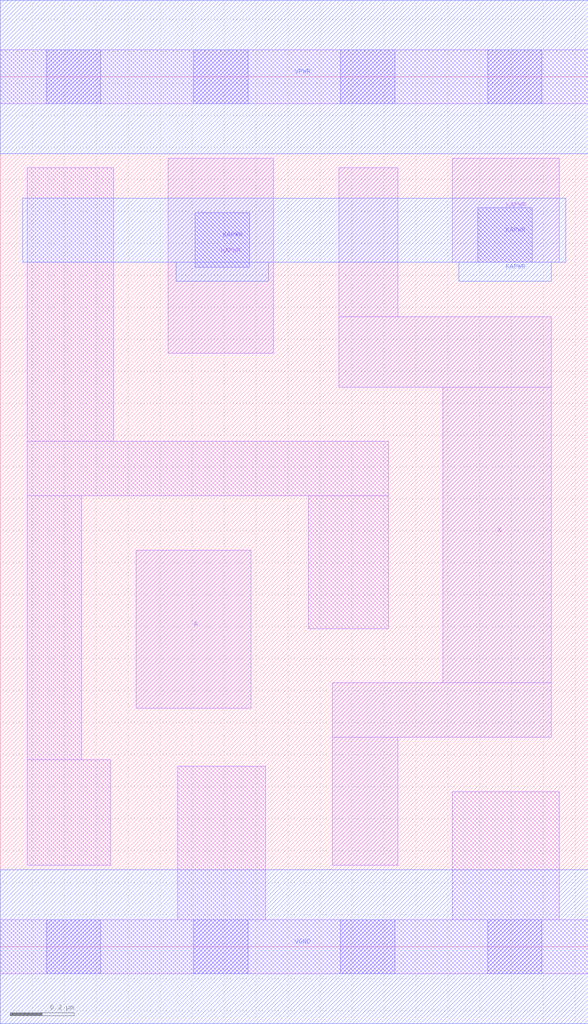
<source format=lef>
# Copyright 2020 The SkyWater PDK Authors
#
# Licensed under the Apache License, Version 2.0 (the "License");
# you may not use this file except in compliance with the License.
# You may obtain a copy of the License at
#
#     https://www.apache.org/licenses/LICENSE-2.0
#
# Unless required by applicable law or agreed to in writing, software
# distributed under the License is distributed on an "AS IS" BASIS,
# WITHOUT WARRANTIES OR CONDITIONS OF ANY KIND, either express or implied.
# See the License for the specific language governing permissions and
# limitations under the License.
#
# SPDX-License-Identifier: Apache-2.0

VERSION 5.7 ;
  NAMESCASESENSITIVE ON ;
  NOWIREEXTENSIONATPIN ON ;
  DIVIDERCHAR "/" ;
  BUSBITCHARS "[]" ;
UNITS
  DATABASE MICRONS 200 ;
END UNITS
MACRO sky130_fd_sc_hd__lpflow_clkbufkapwr_2
  CLASS CORE ;
  SOURCE USER ;
  FOREIGN sky130_fd_sc_hd__lpflow_clkbufkapwr_2 ;
  ORIGIN  0.000000  0.000000 ;
  SIZE  1.840000 BY  2.720000 ;
  SYMMETRY X Y R90 ;
  SITE unithd ;
  PIN A
    ANTENNAGATEAREA  0.213000 ;
    DIRECTION INPUT ;
    USE SIGNAL ;
    PORT
      LAYER li1 ;
        RECT 0.425000 0.745000 0.785000 1.240000 ;
    END
  END A
  PIN X
    ANTENNADIFFAREA  0.383400 ;
    DIRECTION OUTPUT ;
    USE SIGNAL ;
    PORT
      LAYER li1 ;
        RECT 1.040000 0.255000 1.245000 0.655000 ;
        RECT 1.040000 0.655000 1.725000 0.825000 ;
        RECT 1.060000 1.750000 1.725000 1.970000 ;
        RECT 1.060000 1.970000 1.245000 2.435000 ;
        RECT 1.385000 0.825000 1.725000 1.750000 ;
    END
  END X
  PIN KAPWR
    DIRECTION INOUT ;
    SHAPE ABUTMENT ;
    USE POWER ;
    PORT
      LAYER li1 ;
        RECT 0.525000 1.855000 0.855000 2.465000 ;
      LAYER mcon ;
        RECT 0.610000 2.125000 0.780000 2.295000 ;
    END
    PORT
      LAYER li1 ;
        RECT 1.415000 2.140000 1.750000 2.465000 ;
      LAYER mcon ;
        RECT 1.495000 2.140000 1.665000 2.310000 ;
    END
    PORT
      LAYER met1 ;
        RECT 0.070000 2.140000 1.770000 2.340000 ;
        RECT 0.550000 2.080000 0.840000 2.140000 ;
        RECT 1.435000 2.080000 1.725000 2.140000 ;
    END
  END KAPWR
  PIN VGND
    DIRECTION INOUT ;
    SHAPE ABUTMENT ;
    USE GROUND ;
    PORT
      LAYER met1 ;
        RECT 0.000000 -0.240000 1.840000 0.240000 ;
    END
  END VGND
  PIN VPWR
    DIRECTION INOUT ;
    SHAPE ABUTMENT ;
    USE POWER ;
    PORT
      LAYER met1 ;
        RECT 0.000000 2.480000 1.840000 2.960000 ;
    END
  END VPWR
  OBS
    LAYER li1 ;
      RECT 0.000000 -0.085000 1.840000 0.085000 ;
      RECT 0.000000  2.635000 1.840000 2.805000 ;
      RECT 0.085000  0.255000 0.345000 0.585000 ;
      RECT 0.085000  0.585000 0.255000 1.410000 ;
      RECT 0.085000  1.410000 1.215000 1.580000 ;
      RECT 0.085000  1.580000 0.355000 2.435000 ;
      RECT 0.555000  0.085000 0.830000 0.565000 ;
      RECT 0.965000  0.995000 1.215000 1.410000 ;
      RECT 1.415000  0.085000 1.750000 0.485000 ;
    LAYER mcon ;
      RECT 0.145000 -0.085000 0.315000 0.085000 ;
      RECT 0.145000  2.635000 0.315000 2.805000 ;
      RECT 0.605000 -0.085000 0.775000 0.085000 ;
      RECT 0.605000  2.635000 0.775000 2.805000 ;
      RECT 1.065000 -0.085000 1.235000 0.085000 ;
      RECT 1.065000  2.635000 1.235000 2.805000 ;
      RECT 1.525000 -0.085000 1.695000 0.085000 ;
      RECT 1.525000  2.635000 1.695000 2.805000 ;
  END
END sky130_fd_sc_hd__lpflow_clkbufkapwr_2

</source>
